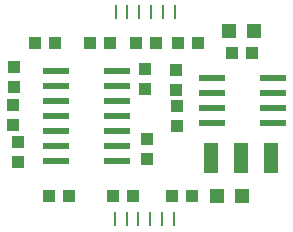
<source format=gbr>
G04 EAGLE Gerber RS-274X export*
G75*
%MOMM*%
%FSLAX34Y34*%
%LPD*%
%INSolderpaste Top*%
%IPPOS*%
%AMOC8*
5,1,8,0,0,1.08239X$1,22.5*%
G01*
%ADD10R,1.000000X1.100000*%
%ADD11R,1.100000X1.000000*%
%ADD12R,2.200000X0.600000*%
%ADD13R,1.200000X1.200000*%
%ADD14R,1.270000X2.540000*%
%ADD15R,0.250000X1.250000*%


D10*
X211580Y583320D03*
X211580Y600320D03*
X235970Y641990D03*
X235970Y658990D03*
D11*
X116470Y681230D03*
X133470Y681230D03*
X202320Y681480D03*
X219320Y681480D03*
D10*
X98296Y660772D03*
X98296Y643772D03*
D12*
X134020Y645160D03*
X186020Y645160D03*
X134020Y657860D03*
X134020Y632460D03*
X134020Y619760D03*
X186020Y657860D03*
X186020Y632460D03*
X186020Y619760D03*
X134020Y594360D03*
X186020Y594360D03*
X134020Y607060D03*
X134020Y581660D03*
X186020Y607060D03*
X186020Y581660D03*
X266354Y638812D03*
X318354Y638812D03*
X266354Y651512D03*
X266354Y626112D03*
X266354Y613412D03*
X318354Y651512D03*
X318354Y626112D03*
X318354Y613412D03*
D10*
X182258Y551948D03*
X199258Y551948D03*
D11*
X209800Y659240D03*
X209800Y642240D03*
X236730Y628260D03*
X236730Y611260D03*
D10*
X254878Y681488D03*
X237878Y681488D03*
X179700Y681490D03*
X162700Y681490D03*
D11*
X101860Y581030D03*
X101860Y598030D03*
D10*
X145418Y551688D03*
X128418Y551688D03*
X300080Y673354D03*
X283080Y673354D03*
X97786Y629276D03*
X97786Y612276D03*
D13*
X280838Y691646D03*
X301838Y691646D03*
D10*
X249802Y551946D03*
X232802Y551946D03*
D13*
X291936Y551938D03*
X270936Y551938D03*
D14*
X265680Y583688D03*
X290574Y583946D03*
X315974Y584202D03*
D15*
X184042Y532372D03*
X194042Y532372D03*
X204042Y532372D03*
X214042Y532372D03*
X224042Y532372D03*
X234042Y532372D03*
X234804Y707402D03*
X224804Y707402D03*
X214804Y707402D03*
X204804Y707402D03*
X194804Y707402D03*
X184804Y707402D03*
M02*

</source>
